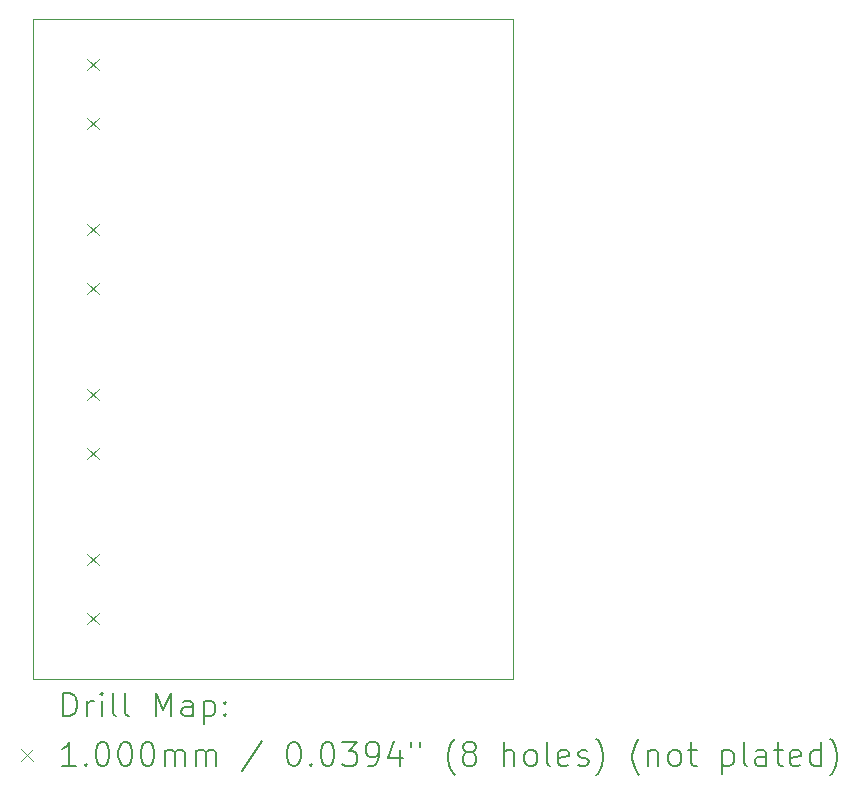
<source format=gbr>
%FSLAX45Y45*%
G04 Gerber Fmt 4.5, Leading zero omitted, Abs format (unit mm)*
G04 Created by KiCad (PCBNEW (6.0.5)) date 2023-05-17 00:25:02*
%MOMM*%
%LPD*%
G01*
G04 APERTURE LIST*
%TA.AperFunction,Profile*%
%ADD10C,0.100000*%
%TD*%
%ADD11C,0.200000*%
%ADD12C,0.100000*%
G04 APERTURE END LIST*
D10*
X9271000Y-10160000D02*
X13335000Y-10160000D01*
X13335000Y-10160000D02*
X13335000Y-15748000D01*
X13335000Y-15748000D02*
X9271000Y-15748000D01*
X9271000Y-15748000D02*
X9271000Y-10160000D01*
X9271000Y-10160000D02*
X13335000Y-10160000D01*
X13335000Y-10160000D02*
X13335000Y-15748000D01*
X13335000Y-15748000D02*
X9271000Y-15748000D01*
X9271000Y-15748000D02*
X9271000Y-10160000D01*
D11*
D12*
X9725000Y-10495000D02*
X9825000Y-10595000D01*
X9825000Y-10495000D02*
X9725000Y-10595000D01*
X9725000Y-10995000D02*
X9825000Y-11095000D01*
X9825000Y-10995000D02*
X9725000Y-11095000D01*
X9725000Y-11892000D02*
X9825000Y-11992000D01*
X9825000Y-11892000D02*
X9725000Y-11992000D01*
X9725000Y-12392000D02*
X9825000Y-12492000D01*
X9825000Y-12392000D02*
X9725000Y-12492000D01*
X9725000Y-13289000D02*
X9825000Y-13389000D01*
X9825000Y-13289000D02*
X9725000Y-13389000D01*
X9725000Y-13789000D02*
X9825000Y-13889000D01*
X9825000Y-13789000D02*
X9725000Y-13889000D01*
X9725000Y-14686000D02*
X9825000Y-14786000D01*
X9825000Y-14686000D02*
X9725000Y-14786000D01*
X9725000Y-15186000D02*
X9825000Y-15286000D01*
X9825000Y-15186000D02*
X9725000Y-15286000D01*
D11*
X9523619Y-16063476D02*
X9523619Y-15863476D01*
X9571238Y-15863476D01*
X9599810Y-15873000D01*
X9618857Y-15892048D01*
X9628381Y-15911095D01*
X9637905Y-15949190D01*
X9637905Y-15977762D01*
X9628381Y-16015857D01*
X9618857Y-16034905D01*
X9599810Y-16053952D01*
X9571238Y-16063476D01*
X9523619Y-16063476D01*
X9723619Y-16063476D02*
X9723619Y-15930143D01*
X9723619Y-15968238D02*
X9733143Y-15949190D01*
X9742667Y-15939667D01*
X9761714Y-15930143D01*
X9780762Y-15930143D01*
X9847429Y-16063476D02*
X9847429Y-15930143D01*
X9847429Y-15863476D02*
X9837905Y-15873000D01*
X9847429Y-15882524D01*
X9856952Y-15873000D01*
X9847429Y-15863476D01*
X9847429Y-15882524D01*
X9971238Y-16063476D02*
X9952190Y-16053952D01*
X9942667Y-16034905D01*
X9942667Y-15863476D01*
X10076000Y-16063476D02*
X10056952Y-16053952D01*
X10047429Y-16034905D01*
X10047429Y-15863476D01*
X10304571Y-16063476D02*
X10304571Y-15863476D01*
X10371238Y-16006333D01*
X10437905Y-15863476D01*
X10437905Y-16063476D01*
X10618857Y-16063476D02*
X10618857Y-15958714D01*
X10609333Y-15939667D01*
X10590286Y-15930143D01*
X10552190Y-15930143D01*
X10533143Y-15939667D01*
X10618857Y-16053952D02*
X10599810Y-16063476D01*
X10552190Y-16063476D01*
X10533143Y-16053952D01*
X10523619Y-16034905D01*
X10523619Y-16015857D01*
X10533143Y-15996809D01*
X10552190Y-15987286D01*
X10599810Y-15987286D01*
X10618857Y-15977762D01*
X10714095Y-15930143D02*
X10714095Y-16130143D01*
X10714095Y-15939667D02*
X10733143Y-15930143D01*
X10771238Y-15930143D01*
X10790286Y-15939667D01*
X10799810Y-15949190D01*
X10809333Y-15968238D01*
X10809333Y-16025381D01*
X10799810Y-16044428D01*
X10790286Y-16053952D01*
X10771238Y-16063476D01*
X10733143Y-16063476D01*
X10714095Y-16053952D01*
X10895048Y-16044428D02*
X10904571Y-16053952D01*
X10895048Y-16063476D01*
X10885524Y-16053952D01*
X10895048Y-16044428D01*
X10895048Y-16063476D01*
X10895048Y-15939667D02*
X10904571Y-15949190D01*
X10895048Y-15958714D01*
X10885524Y-15949190D01*
X10895048Y-15939667D01*
X10895048Y-15958714D01*
D12*
X9166000Y-16343000D02*
X9266000Y-16443000D01*
X9266000Y-16343000D02*
X9166000Y-16443000D01*
D11*
X9628381Y-16483476D02*
X9514095Y-16483476D01*
X9571238Y-16483476D02*
X9571238Y-16283476D01*
X9552190Y-16312048D01*
X9533143Y-16331095D01*
X9514095Y-16340619D01*
X9714095Y-16464428D02*
X9723619Y-16473952D01*
X9714095Y-16483476D01*
X9704571Y-16473952D01*
X9714095Y-16464428D01*
X9714095Y-16483476D01*
X9847429Y-16283476D02*
X9866476Y-16283476D01*
X9885524Y-16293000D01*
X9895048Y-16302524D01*
X9904571Y-16321571D01*
X9914095Y-16359667D01*
X9914095Y-16407286D01*
X9904571Y-16445381D01*
X9895048Y-16464428D01*
X9885524Y-16473952D01*
X9866476Y-16483476D01*
X9847429Y-16483476D01*
X9828381Y-16473952D01*
X9818857Y-16464428D01*
X9809333Y-16445381D01*
X9799810Y-16407286D01*
X9799810Y-16359667D01*
X9809333Y-16321571D01*
X9818857Y-16302524D01*
X9828381Y-16293000D01*
X9847429Y-16283476D01*
X10037905Y-16283476D02*
X10056952Y-16283476D01*
X10076000Y-16293000D01*
X10085524Y-16302524D01*
X10095048Y-16321571D01*
X10104571Y-16359667D01*
X10104571Y-16407286D01*
X10095048Y-16445381D01*
X10085524Y-16464428D01*
X10076000Y-16473952D01*
X10056952Y-16483476D01*
X10037905Y-16483476D01*
X10018857Y-16473952D01*
X10009333Y-16464428D01*
X9999810Y-16445381D01*
X9990286Y-16407286D01*
X9990286Y-16359667D01*
X9999810Y-16321571D01*
X10009333Y-16302524D01*
X10018857Y-16293000D01*
X10037905Y-16283476D01*
X10228381Y-16283476D02*
X10247429Y-16283476D01*
X10266476Y-16293000D01*
X10276000Y-16302524D01*
X10285524Y-16321571D01*
X10295048Y-16359667D01*
X10295048Y-16407286D01*
X10285524Y-16445381D01*
X10276000Y-16464428D01*
X10266476Y-16473952D01*
X10247429Y-16483476D01*
X10228381Y-16483476D01*
X10209333Y-16473952D01*
X10199810Y-16464428D01*
X10190286Y-16445381D01*
X10180762Y-16407286D01*
X10180762Y-16359667D01*
X10190286Y-16321571D01*
X10199810Y-16302524D01*
X10209333Y-16293000D01*
X10228381Y-16283476D01*
X10380762Y-16483476D02*
X10380762Y-16350143D01*
X10380762Y-16369190D02*
X10390286Y-16359667D01*
X10409333Y-16350143D01*
X10437905Y-16350143D01*
X10456952Y-16359667D01*
X10466476Y-16378714D01*
X10466476Y-16483476D01*
X10466476Y-16378714D02*
X10476000Y-16359667D01*
X10495048Y-16350143D01*
X10523619Y-16350143D01*
X10542667Y-16359667D01*
X10552190Y-16378714D01*
X10552190Y-16483476D01*
X10647429Y-16483476D02*
X10647429Y-16350143D01*
X10647429Y-16369190D02*
X10656952Y-16359667D01*
X10676000Y-16350143D01*
X10704571Y-16350143D01*
X10723619Y-16359667D01*
X10733143Y-16378714D01*
X10733143Y-16483476D01*
X10733143Y-16378714D02*
X10742667Y-16359667D01*
X10761714Y-16350143D01*
X10790286Y-16350143D01*
X10809333Y-16359667D01*
X10818857Y-16378714D01*
X10818857Y-16483476D01*
X11209333Y-16273952D02*
X11037905Y-16531095D01*
X11466476Y-16283476D02*
X11485524Y-16283476D01*
X11504571Y-16293000D01*
X11514095Y-16302524D01*
X11523619Y-16321571D01*
X11533143Y-16359667D01*
X11533143Y-16407286D01*
X11523619Y-16445381D01*
X11514095Y-16464428D01*
X11504571Y-16473952D01*
X11485524Y-16483476D01*
X11466476Y-16483476D01*
X11447428Y-16473952D01*
X11437905Y-16464428D01*
X11428381Y-16445381D01*
X11418857Y-16407286D01*
X11418857Y-16359667D01*
X11428381Y-16321571D01*
X11437905Y-16302524D01*
X11447428Y-16293000D01*
X11466476Y-16283476D01*
X11618857Y-16464428D02*
X11628381Y-16473952D01*
X11618857Y-16483476D01*
X11609333Y-16473952D01*
X11618857Y-16464428D01*
X11618857Y-16483476D01*
X11752190Y-16283476D02*
X11771238Y-16283476D01*
X11790286Y-16293000D01*
X11799809Y-16302524D01*
X11809333Y-16321571D01*
X11818857Y-16359667D01*
X11818857Y-16407286D01*
X11809333Y-16445381D01*
X11799809Y-16464428D01*
X11790286Y-16473952D01*
X11771238Y-16483476D01*
X11752190Y-16483476D01*
X11733143Y-16473952D01*
X11723619Y-16464428D01*
X11714095Y-16445381D01*
X11704571Y-16407286D01*
X11704571Y-16359667D01*
X11714095Y-16321571D01*
X11723619Y-16302524D01*
X11733143Y-16293000D01*
X11752190Y-16283476D01*
X11885524Y-16283476D02*
X12009333Y-16283476D01*
X11942667Y-16359667D01*
X11971238Y-16359667D01*
X11990286Y-16369190D01*
X11999809Y-16378714D01*
X12009333Y-16397762D01*
X12009333Y-16445381D01*
X11999809Y-16464428D01*
X11990286Y-16473952D01*
X11971238Y-16483476D01*
X11914095Y-16483476D01*
X11895048Y-16473952D01*
X11885524Y-16464428D01*
X12104571Y-16483476D02*
X12142667Y-16483476D01*
X12161714Y-16473952D01*
X12171238Y-16464428D01*
X12190286Y-16435857D01*
X12199809Y-16397762D01*
X12199809Y-16321571D01*
X12190286Y-16302524D01*
X12180762Y-16293000D01*
X12161714Y-16283476D01*
X12123619Y-16283476D01*
X12104571Y-16293000D01*
X12095048Y-16302524D01*
X12085524Y-16321571D01*
X12085524Y-16369190D01*
X12095048Y-16388238D01*
X12104571Y-16397762D01*
X12123619Y-16407286D01*
X12161714Y-16407286D01*
X12180762Y-16397762D01*
X12190286Y-16388238D01*
X12199809Y-16369190D01*
X12371238Y-16350143D02*
X12371238Y-16483476D01*
X12323619Y-16273952D02*
X12276000Y-16416809D01*
X12399809Y-16416809D01*
X12466476Y-16283476D02*
X12466476Y-16321571D01*
X12542667Y-16283476D02*
X12542667Y-16321571D01*
X12837905Y-16559667D02*
X12828381Y-16550143D01*
X12809333Y-16521571D01*
X12799809Y-16502524D01*
X12790286Y-16473952D01*
X12780762Y-16426333D01*
X12780762Y-16388238D01*
X12790286Y-16340619D01*
X12799809Y-16312048D01*
X12809333Y-16293000D01*
X12828381Y-16264428D01*
X12837905Y-16254905D01*
X12942667Y-16369190D02*
X12923619Y-16359667D01*
X12914095Y-16350143D01*
X12904571Y-16331095D01*
X12904571Y-16321571D01*
X12914095Y-16302524D01*
X12923619Y-16293000D01*
X12942667Y-16283476D01*
X12980762Y-16283476D01*
X12999809Y-16293000D01*
X13009333Y-16302524D01*
X13018857Y-16321571D01*
X13018857Y-16331095D01*
X13009333Y-16350143D01*
X12999809Y-16359667D01*
X12980762Y-16369190D01*
X12942667Y-16369190D01*
X12923619Y-16378714D01*
X12914095Y-16388238D01*
X12904571Y-16407286D01*
X12904571Y-16445381D01*
X12914095Y-16464428D01*
X12923619Y-16473952D01*
X12942667Y-16483476D01*
X12980762Y-16483476D01*
X12999809Y-16473952D01*
X13009333Y-16464428D01*
X13018857Y-16445381D01*
X13018857Y-16407286D01*
X13009333Y-16388238D01*
X12999809Y-16378714D01*
X12980762Y-16369190D01*
X13256952Y-16483476D02*
X13256952Y-16283476D01*
X13342667Y-16483476D02*
X13342667Y-16378714D01*
X13333143Y-16359667D01*
X13314095Y-16350143D01*
X13285524Y-16350143D01*
X13266476Y-16359667D01*
X13256952Y-16369190D01*
X13466476Y-16483476D02*
X13447428Y-16473952D01*
X13437905Y-16464428D01*
X13428381Y-16445381D01*
X13428381Y-16388238D01*
X13437905Y-16369190D01*
X13447428Y-16359667D01*
X13466476Y-16350143D01*
X13495048Y-16350143D01*
X13514095Y-16359667D01*
X13523619Y-16369190D01*
X13533143Y-16388238D01*
X13533143Y-16445381D01*
X13523619Y-16464428D01*
X13514095Y-16473952D01*
X13495048Y-16483476D01*
X13466476Y-16483476D01*
X13647428Y-16483476D02*
X13628381Y-16473952D01*
X13618857Y-16454905D01*
X13618857Y-16283476D01*
X13799809Y-16473952D02*
X13780762Y-16483476D01*
X13742667Y-16483476D01*
X13723619Y-16473952D01*
X13714095Y-16454905D01*
X13714095Y-16378714D01*
X13723619Y-16359667D01*
X13742667Y-16350143D01*
X13780762Y-16350143D01*
X13799809Y-16359667D01*
X13809333Y-16378714D01*
X13809333Y-16397762D01*
X13714095Y-16416809D01*
X13885524Y-16473952D02*
X13904571Y-16483476D01*
X13942667Y-16483476D01*
X13961714Y-16473952D01*
X13971238Y-16454905D01*
X13971238Y-16445381D01*
X13961714Y-16426333D01*
X13942667Y-16416809D01*
X13914095Y-16416809D01*
X13895048Y-16407286D01*
X13885524Y-16388238D01*
X13885524Y-16378714D01*
X13895048Y-16359667D01*
X13914095Y-16350143D01*
X13942667Y-16350143D01*
X13961714Y-16359667D01*
X14037905Y-16559667D02*
X14047428Y-16550143D01*
X14066476Y-16521571D01*
X14076000Y-16502524D01*
X14085524Y-16473952D01*
X14095048Y-16426333D01*
X14095048Y-16388238D01*
X14085524Y-16340619D01*
X14076000Y-16312048D01*
X14066476Y-16293000D01*
X14047428Y-16264428D01*
X14037905Y-16254905D01*
X14399809Y-16559667D02*
X14390286Y-16550143D01*
X14371238Y-16521571D01*
X14361714Y-16502524D01*
X14352190Y-16473952D01*
X14342667Y-16426333D01*
X14342667Y-16388238D01*
X14352190Y-16340619D01*
X14361714Y-16312048D01*
X14371238Y-16293000D01*
X14390286Y-16264428D01*
X14399809Y-16254905D01*
X14476000Y-16350143D02*
X14476000Y-16483476D01*
X14476000Y-16369190D02*
X14485524Y-16359667D01*
X14504571Y-16350143D01*
X14533143Y-16350143D01*
X14552190Y-16359667D01*
X14561714Y-16378714D01*
X14561714Y-16483476D01*
X14685524Y-16483476D02*
X14666476Y-16473952D01*
X14656952Y-16464428D01*
X14647428Y-16445381D01*
X14647428Y-16388238D01*
X14656952Y-16369190D01*
X14666476Y-16359667D01*
X14685524Y-16350143D01*
X14714095Y-16350143D01*
X14733143Y-16359667D01*
X14742667Y-16369190D01*
X14752190Y-16388238D01*
X14752190Y-16445381D01*
X14742667Y-16464428D01*
X14733143Y-16473952D01*
X14714095Y-16483476D01*
X14685524Y-16483476D01*
X14809333Y-16350143D02*
X14885524Y-16350143D01*
X14837905Y-16283476D02*
X14837905Y-16454905D01*
X14847428Y-16473952D01*
X14866476Y-16483476D01*
X14885524Y-16483476D01*
X15104571Y-16350143D02*
X15104571Y-16550143D01*
X15104571Y-16359667D02*
X15123619Y-16350143D01*
X15161714Y-16350143D01*
X15180762Y-16359667D01*
X15190286Y-16369190D01*
X15199809Y-16388238D01*
X15199809Y-16445381D01*
X15190286Y-16464428D01*
X15180762Y-16473952D01*
X15161714Y-16483476D01*
X15123619Y-16483476D01*
X15104571Y-16473952D01*
X15314095Y-16483476D02*
X15295048Y-16473952D01*
X15285524Y-16454905D01*
X15285524Y-16283476D01*
X15476000Y-16483476D02*
X15476000Y-16378714D01*
X15466476Y-16359667D01*
X15447428Y-16350143D01*
X15409333Y-16350143D01*
X15390286Y-16359667D01*
X15476000Y-16473952D02*
X15456952Y-16483476D01*
X15409333Y-16483476D01*
X15390286Y-16473952D01*
X15380762Y-16454905D01*
X15380762Y-16435857D01*
X15390286Y-16416809D01*
X15409333Y-16407286D01*
X15456952Y-16407286D01*
X15476000Y-16397762D01*
X15542667Y-16350143D02*
X15618857Y-16350143D01*
X15571238Y-16283476D02*
X15571238Y-16454905D01*
X15580762Y-16473952D01*
X15599809Y-16483476D01*
X15618857Y-16483476D01*
X15761714Y-16473952D02*
X15742667Y-16483476D01*
X15704571Y-16483476D01*
X15685524Y-16473952D01*
X15676000Y-16454905D01*
X15676000Y-16378714D01*
X15685524Y-16359667D01*
X15704571Y-16350143D01*
X15742667Y-16350143D01*
X15761714Y-16359667D01*
X15771238Y-16378714D01*
X15771238Y-16397762D01*
X15676000Y-16416809D01*
X15942667Y-16483476D02*
X15942667Y-16283476D01*
X15942667Y-16473952D02*
X15923619Y-16483476D01*
X15885524Y-16483476D01*
X15866476Y-16473952D01*
X15856952Y-16464428D01*
X15847428Y-16445381D01*
X15847428Y-16388238D01*
X15856952Y-16369190D01*
X15866476Y-16359667D01*
X15885524Y-16350143D01*
X15923619Y-16350143D01*
X15942667Y-16359667D01*
X16018857Y-16559667D02*
X16028381Y-16550143D01*
X16047428Y-16521571D01*
X16056952Y-16502524D01*
X16066476Y-16473952D01*
X16076000Y-16426333D01*
X16076000Y-16388238D01*
X16066476Y-16340619D01*
X16056952Y-16312048D01*
X16047428Y-16293000D01*
X16028381Y-16264428D01*
X16018857Y-16254905D01*
M02*

</source>
